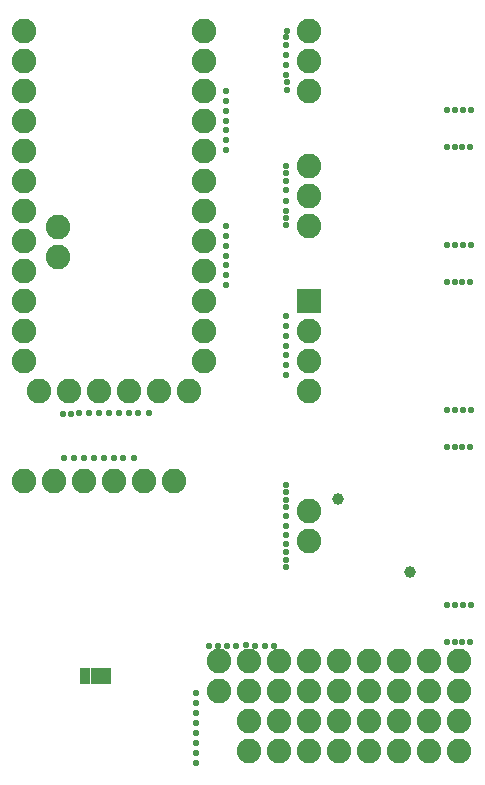
<source format=gbr>
G04 EAGLE Gerber RS-274X export*
G75*
%MOMM*%
%FSLAX34Y34*%
%LPD*%
%INSoldermask Bottom*%
%IPPOS*%
%AMOC8*
5,1,8,0,0,1.08239X$1,22.5*%
G01*
%ADD10C,0.584200*%
%ADD11C,2.082800*%
%ADD12R,0.838200X1.473200*%
%ADD13C,1.003200*%
%ADD14R,2.082800X2.082800*%


D10*
X192532Y101600D03*
X208534Y101600D03*
X216662Y101600D03*
X200406Y101854D03*
X224282Y101600D03*
X52578Y297942D03*
X45720Y297942D03*
X169164Y101600D03*
X177292Y101600D03*
X184912Y101600D03*
X234950Y187706D03*
X234950Y180594D03*
X234950Y225044D03*
X234950Y218694D03*
X234950Y463550D03*
X234950Y457962D03*
X234696Y501904D03*
X234696Y507746D03*
X235204Y578612D03*
X235204Y572262D03*
X234950Y616458D03*
X235204Y622046D03*
X234950Y237744D03*
X234950Y231394D03*
X234950Y174244D03*
X234950Y167894D03*
X377952Y555244D03*
X384556Y555244D03*
X390906Y555244D03*
X371348Y555244D03*
X377444Y524002D03*
X384048Y524002D03*
X390398Y524002D03*
X370840Y524002D03*
X377952Y440944D03*
X384556Y440944D03*
X390906Y440944D03*
X371348Y440944D03*
X377444Y409702D03*
X384048Y409702D03*
X390398Y409702D03*
X370840Y409702D03*
X377952Y301244D03*
X384556Y301244D03*
X390906Y301244D03*
X371348Y301244D03*
X377444Y270002D03*
X384048Y270002D03*
X390398Y270002D03*
X370840Y270002D03*
X377952Y136144D03*
X384556Y136144D03*
X390906Y136144D03*
X371348Y136144D03*
X377444Y104902D03*
X384048Y104902D03*
X390398Y104902D03*
X370840Y104902D03*
D11*
X12700Y342900D03*
X12700Y368300D03*
X12700Y393700D03*
X12700Y419100D03*
X12700Y444500D03*
X12700Y469900D03*
X12700Y495300D03*
X12700Y520700D03*
X12700Y546100D03*
X12700Y571500D03*
X12700Y596900D03*
X12700Y622300D03*
X165100Y622300D03*
X165100Y596900D03*
X165100Y571500D03*
X165100Y546100D03*
X165100Y520700D03*
X165100Y495300D03*
X165100Y469900D03*
X165100Y444500D03*
X165100Y419100D03*
X165100Y393700D03*
X165100Y368300D03*
X165100Y342900D03*
X41910Y455930D03*
X41910Y430530D03*
X25400Y317500D03*
X50800Y317500D03*
X76200Y317500D03*
X101600Y317500D03*
X127000Y317500D03*
X152400Y317500D03*
D12*
X82550Y76200D03*
X73660Y76200D03*
X64770Y76200D03*
D11*
X139700Y241300D03*
X114300Y241300D03*
X88900Y241300D03*
X63500Y241300D03*
X38100Y241300D03*
X12700Y241300D03*
D13*
X340000Y164200D03*
X278500Y225700D03*
D14*
X254000Y393700D03*
D11*
X254000Y368300D03*
X254000Y342900D03*
X254000Y317500D03*
X254000Y190500D03*
X254000Y215900D03*
X254000Y457200D03*
X254000Y482600D03*
X254000Y508000D03*
D10*
X234950Y211582D03*
X234950Y203200D03*
X234950Y194818D03*
X67818Y298450D03*
X76200Y298450D03*
X84582Y298450D03*
X92964Y298450D03*
X101346Y298450D03*
X109728Y298450D03*
X59436Y298450D03*
X118364Y298450D03*
X55118Y260350D03*
X63500Y260350D03*
X71882Y260350D03*
X80264Y260350D03*
X88646Y260350D03*
X97028Y260350D03*
X46736Y260350D03*
X105664Y260350D03*
X234950Y338836D03*
X234950Y347218D03*
X234950Y355600D03*
X234950Y363982D03*
X234950Y372364D03*
X234950Y380746D03*
X234950Y330454D03*
X184150Y529336D03*
X184150Y537718D03*
X184150Y546100D03*
X184150Y554482D03*
X184150Y562864D03*
X184150Y571246D03*
X184150Y520954D03*
X234950Y469900D03*
X234950Y478282D03*
X234950Y486918D03*
X234950Y495300D03*
X184150Y415036D03*
X184150Y423418D03*
X184150Y431800D03*
X184150Y440182D03*
X184150Y448564D03*
X184150Y456946D03*
X184150Y406654D03*
X234950Y584454D03*
X234950Y592836D03*
X234950Y601472D03*
X234950Y609854D03*
D11*
X254000Y571500D03*
X254000Y596900D03*
X254000Y622300D03*
D10*
X158750Y52832D03*
X158750Y44450D03*
X158750Y36068D03*
X158750Y27686D03*
X158750Y19304D03*
X158750Y10922D03*
X158750Y61214D03*
X158750Y2286D03*
D11*
X381000Y12700D03*
X355600Y12700D03*
X330200Y12700D03*
X304800Y12700D03*
X279400Y12700D03*
X254000Y12700D03*
X228600Y12700D03*
X203200Y12700D03*
X381000Y38100D03*
X355600Y38100D03*
X330200Y38100D03*
X304800Y38100D03*
X279400Y38100D03*
X254000Y38100D03*
X228600Y38100D03*
X203200Y38100D03*
X381000Y88900D03*
X355600Y88900D03*
X330200Y88900D03*
X304800Y88900D03*
X279400Y88900D03*
X254000Y88900D03*
X228600Y88900D03*
X203200Y88900D03*
X177800Y63500D03*
X177800Y88900D03*
X381000Y63500D03*
X355600Y63500D03*
X330200Y63500D03*
X304800Y63500D03*
X279400Y63500D03*
X254000Y63500D03*
X228600Y63500D03*
X203200Y63500D03*
M02*

</source>
